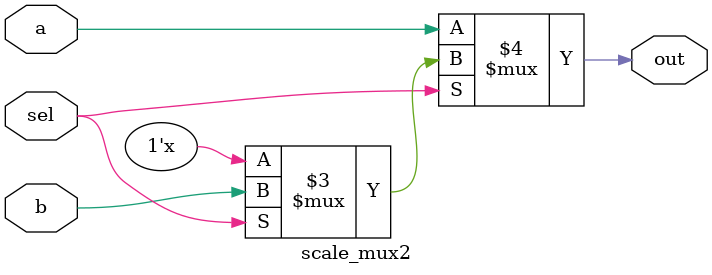
<source format=v>
`timescale 1ns / 100ps
module scale_mux2(out, a, b, sel);
// `include "params.v"
parameter width=1;
output [width-1:0] out;
input [width-1:0] a,b;
input sel;

// reg [width-1:0] out;

assign out = ( sel == 'b0) ? a : ( sel == 'b1) ? b : {width{1'bx}};
initial $display("\n\t executing scale_mux2 \n");


endmodule

</source>
